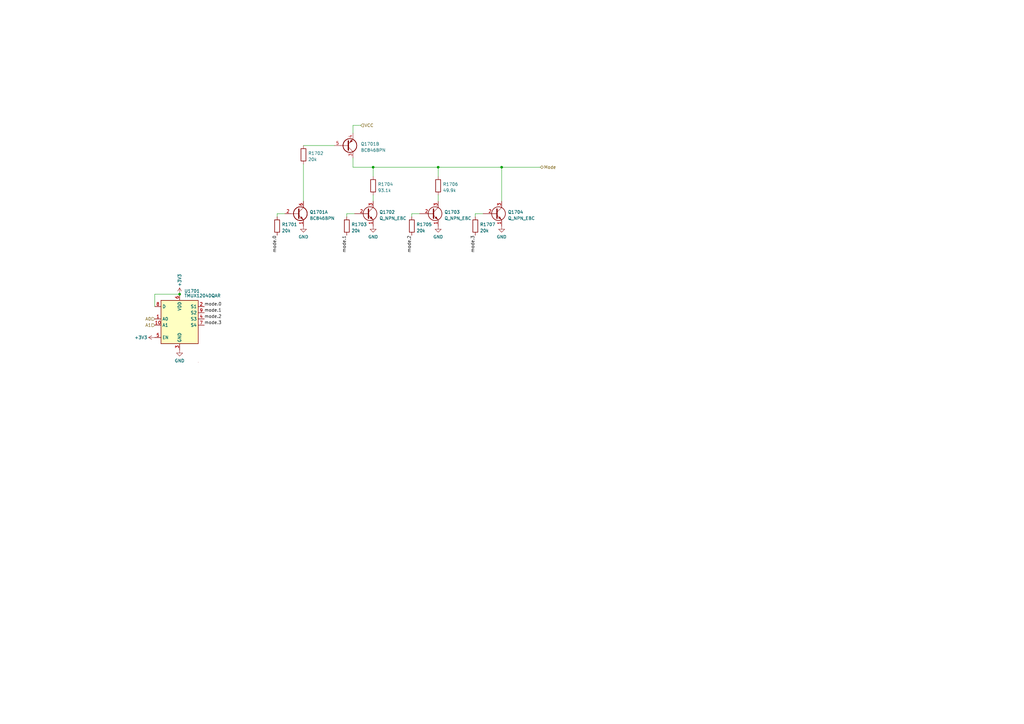
<source format=kicad_sch>
(kicad_sch (version 20231120) (generator "eeschema") (generator_version "8.0")
  (paper "A3")
  (title_block (title "Power supply - low level driver") (date "2024-06-28"))
  (lib_symbols
    (symbol "Device:Q_NPN_EBC" (pin_names (offset 0) hide)
      (property "Reference" "Q" (at 5.08 1.27 0))
      (property "Value" "Q_NPN_EBC" (at 5.08 -1.27 0))
      (symbol "Q_NPN_EBC_0_1"
        (polyline (pts (xy 0.635 0.635) (xy 2.54 2.54)))
        (polyline (pts (xy 0.635 -0.635) (xy 2.54 -2.54) (xy 2.54 -2.54)))
        (polyline (pts (xy 0.635 1.905) (xy 0.635 -1.905) (xy 0.635 -1.905)) (stroke (width 0.508)))
        (polyline (pts (xy 1.27 -1.778) (xy 1.778 -1.27) (xy 2.286 -2.286) (xy 1.27 -1.778) (xy 1.27 -1.778)) (fill (type outline)))
        (circle (center 1.27 0) (radius 2.8194) (stroke (width 0.254)))
      )
      (symbol "Q_NPN_EBC_1_1"
        (pin passive line (at 2.54 -5.08 90) (length 2.54) (name "E") (number "1"))
        (pin passive line (at -5.08 0 0) (length 5.715) (name "B") (number "2"))
        (pin passive line (at 2.54 5.08 270) (length 2.54) (name "C") (number "3"))
      )
    )
    (symbol "Device:R" (pin_numbers hide) (pin_names (offset 0))
      (property "Reference" "R" (at 2.032 0 90))
      (property "Value" "R" (at 0 0 90))
      (symbol "R_0_1"
        (rectangle (start -1.016 -2.54) (end 1.016 2.54) (stroke (width 0.254)))
      )
      (symbol "R_1_1"
        (pin passive line (at 0 3.81 270) (length 1.27) (name "~") (number "1"))
        (pin passive line (at 0 -3.81 90) (length 1.27) (name "~") (number "2"))
      )
    )
    (symbol "Lab_supply:TMUX1204DQAR"
      (property "Reference" "U" (at -4.445 10.795 0))
      (property "Value" "TMUX1204DQAR" (at -4.445 8.89 0))
      (symbol "TMUX1204DQAR_0_1"
        (rectangle (start -13.97 6.985) (end 1.27 -10.795) (stroke (width 0.254)) (fill (type background)))
        (rectangle (start 1.27 -18.415) (end 1.27 -18.415))
      )
      (symbol "TMUX1204DQAR_1_0"
        (pin power_in line (at -6.35 -13.335 90) (length 2.54) (name "GND") (number "3"))
      )
      (symbol "TMUX1204DQAR_1_1"
        (pin input line (at -16.51 -0.635 0) (length 2.54) (name "A0") (number "1"))
        (pin input line (at -16.51 -3.175 0) (length 2.54) (name "A1") (number "10"))
        (pin bidirectional line (at 3.81 4.445 180) (length 2.54) (name "S1") (number "2"))
        (pin bidirectional line (at 3.81 -0.635 180) (length 2.54) (name "S3") (number "4"))
        (pin input line (at -16.51 -8.255 0) (length 2.54) (name "EN") (number "5"))
        (pin power_in line (at -6.35 9.525 270) (length 2.54) (name "VDD") (number "6"))
        (pin bidirectional line (at 3.81 -3.175 180) (length 2.54) (name "S4") (number "7"))
        (pin bidirectional line (at -16.51 4.445 0) (length 2.54) (name "D") (number "8"))
        (pin bidirectional line (at 3.81 1.905 180) (length 2.54) (name "S2") (number "9"))
      )
    )
    (symbol "Transistor_BJT:BC846BPN" (pin_names (offset 0) hide)
      (property "Reference" "Q" (at 5.08 1.27 0))
      (property "Value" "BC846BPN" (at 5.08 -1.27 0))
      (symbol "BC846BPN_0_1"
        (polyline (pts (xy 0.635 0) (xy -2.54 0)))
        (circle (center 1.27 0) (radius 2.8194) (stroke (width 0.254)))
        (circle (center 1.27 0) (radius 2.8194) (stroke (width 0.254)))
      )
      (symbol "BC846BPN_1_1"
        (polyline (pts (xy 0.635 0.635) (xy 2.54 2.54)))
        (polyline (pts (xy 0.635 -0.635) (xy 2.54 -2.54) (xy 2.54 -2.54)))
        (polyline (pts (xy 0.635 1.905) (xy 0.635 -1.905) (xy 0.635 -1.905)) (stroke (width 0.508)))
        (polyline (pts (xy 1.27 -1.778) (xy 1.778 -1.27) (xy 2.286 -2.286) (xy 1.27 -1.778) (xy 1.27 -1.778)) (fill (type outline)))
        (pin passive line (at 2.54 -5.08 90) (length 2.54) (name "E1") (number "1"))
        (pin input line (at -5.08 0 0) (length 2.54) (name "B1") (number "2"))
        (pin passive line (at 2.54 5.08 270) (length 2.54) (name "C1") (number "6"))
      )
      (symbol "BC846BPN_2_1"
        (polyline (pts (xy 0.635 0.635) (xy 2.54 2.54)))
        (polyline (pts (xy 0.635 -0.635) (xy 2.54 -2.54) (xy 2.54 -2.54)))
        (polyline (pts (xy 0.635 1.905) (xy 0.635 -1.905) (xy 0.635 -1.905)) (stroke (width 0.508)))
        (polyline (pts (xy 2.286 -1.778) (xy 1.778 -2.286) (xy 1.27 -1.27) (xy 2.286 -1.778) (xy 2.286 -1.778)) (fill (type outline)))
        (pin passive line (at 2.54 5.08 270) (length 2.54) (name "C2") (number "3"))
        (pin passive line (at 2.54 -5.08 90) (length 2.54) (name "E2") (number "4"))
        (pin input line (at -5.08 0 0) (length 2.54) (name "B2") (number "5"))
      )
    )
    (symbol "power:+3V3" (power) (pin_names (offset 0))
      (property "Value" "+3V3" (at 0 3.556 0))
      (symbol "+3V3_0_1"
        (polyline (pts (xy -0.762 1.27) (xy 0 2.54)))
        (polyline (pts (xy 0 0) (xy 0 2.54)))
        (polyline (pts (xy 0 2.54) (xy 0.762 1.27)))
      )
      (symbol "+3V3_1_1"
        (pin power_in line (at 0 0 90) (length 0) hide (name "+3V3") (number "1"))
      )
    )
    (symbol "power:GND" (power) (pin_names (offset 0))
      (property "Value" "GND" (at 0 -3.81 0))
      (symbol "GND_0_1"
        (polyline (pts (xy 0 0) (xy 0 -1.27) (xy 1.27 -1.27) (xy 0 -2.54) (xy -1.27 -1.27) (xy 0 -1.27)))
      )
      (symbol "GND_1_1"
        (pin power_in line (at 0 0 270) (length 0) hide (name "GND") (number "1"))
      )
    )
  )
  (junction (at 179.705 68.58))
  (junction (at 73.66 120.65))
  (junction (at 153.035 68.58))
  (junction (at 205.74 68.58))
  (wire (pts (xy 194.945 87.63) (xy 194.945 88.9)))
  (wire (pts (xy 124.46 59.69) (xy 137.16 59.69)))
  (wire (pts (xy 144.78 68.58) (xy 153.035 68.58)))
  (wire (pts (xy 205.74 68.58) (xy 205.74 82.55)))
  (wire (pts (xy 63.5 120.65) (xy 63.5 125.73)))
  (wire (pts (xy 172.085 87.63) (xy 168.91 87.63)))
  (wire (pts (xy 153.035 68.58) (xy 179.705 68.58)))
  (wire (pts (xy 113.665 87.63) (xy 113.665 88.9)))
  (wire (pts (xy 144.78 51.435) (xy 144.78 54.61)))
  (wire (pts (xy 144.78 64.77) (xy 144.78 68.58)))
  (wire (pts (xy 124.46 67.31) (xy 124.46 82.55)))
  (wire (pts (xy 145.415 87.63) (xy 142.24 87.63)))
  (wire (pts (xy 179.705 68.58) (xy 205.74 68.58)))
  (wire (pts (xy 179.705 82.55) (xy 179.705 80.01)))
  (wire (pts (xy 153.035 72.39) (xy 153.035 68.58)))
  (wire (pts (xy 168.91 87.63) (xy 168.91 88.9)))
  (wire (pts (xy 198.12 87.63) (xy 194.945 87.63)))
  (wire (pts (xy 73.66 120.65) (xy 63.5 120.65)))
  (wire (pts (xy 153.035 82.55) (xy 153.035 80.01)))
  (wire (pts (xy 179.705 72.39) (xy 179.705 68.58)))
  (wire (pts (xy 142.24 87.63) (xy 142.24 88.9)))
  (wire (pts (xy 205.74 68.58) (xy 221.615 68.58)))
  (wire (pts (xy 116.84 87.63) (xy 113.665 87.63)))
  (wire (pts (xy 147.955 51.435) (xy 144.78 51.435)))
  (label "mode.1" (at 142.24 96.52 270))
  (label "mode.3" (at 194.945 96.52 270))
  (label "mode.2" (at 168.91 96.52 270))
  (label "mode.1" (at 83.82 128.27 0))
  (label "mode.3" (at 83.82 133.35 0))
  (label "mode.0" (at 113.665 96.52 270))
  (label "mode.0" (at 83.82 125.73 0))
  (label "mode.2" (at 83.82 130.81 0))
  (hierarchical_label "A1" (shape input) (at 63.5 133.35 180))
  (hierarchical_label "Mode" (shape bidirectional) (at 221.615 68.58 0))
  (hierarchical_label "VCC" (shape input) (at 147.955 51.435 0))
  (hierarchical_label "A0" (shape input) (at 63.5 130.81 180))
  (symbol (lib_id "Transistor_BJT:BC846BPN") (at 142.24 59.69 0) (mirror x) (unit 2)
    (property "Reference" "Q1701" (at 147.955 59.055 0) (effects (justify left)))
    (property "Value" "BC846BPN" (at 147.955 61.595 0) (effects (justify left)))
    (property "Footprint" "Package_TO_SOT_SMD:SOT-363_SC-70-6" (effects (hide yes)))
    (property "Datasheet" "https://assets.nexperia.com/documents/data-sheet/BC846BPN.pdf" (effects (hide yes)))
  )
  (symbol (lib_id "Device:R") (at 124.46 63.5 0) (unit 1)
    (property "Reference" "R1702" (at 126.365 62.865 0) (effects (justify left)))
    (property "Value" "20k" (at 126.365 65.405 0) (effects (justify left)))
  )
  (symbol (lib_id "Device:R") (at 168.91 92.71 0) (unit 1)
    (property "Reference" "R1705" (at 170.815 92.075 0) (effects (justify left)))
    (property "Value" "20k" (at 170.815 94.615 0) (effects (justify left)))
  )
  (symbol (lib_id "Lab_supply:TMUX1204DQAR") (at 80.01 130.175 0) (unit 1)
    (property "Reference" "U1701" (at 75.565 119.38 0) (effects (justify left)))
    (property "Value" "TMUX1204DQAR" (at 75.565 121.285 0) (effects (justify left)))
    (property "Footprint" "Package_SO:VSSOP-10_3x3mm_P0.5mm" (effects (hide yes)))
    (property "Datasheet" "https://www.ti.com/lit/ds/symlink/tmux1204.pdf?ts=1707335685360&ref_url=https%253A%252F%252Fcz.mouser.com%252F" (effects (hide yes)))
  )
  (symbol (lib_id "power:GND") (at 124.46 92.71 0) (unit 1)
    (property "Reference" "#PWR01704" (effects (hide yes)))
    (property "Value" "GND" (at 124.46 97.155 0))
  )
  (symbol (lib_id "power:GND") (at 153.035 92.71 0) (unit 1)
    (property "Reference" "#PWR01705" (effects (hide yes)))
    (property "Value" "GND" (at 153.035 97.155 0))
  )
  (symbol (lib_id "Device:Q_NPN_EBC") (at 203.2 87.63 0) (unit 1)
    (property "Reference" "Q1704" (at 208.28 86.995 0) (effects (justify left)))
    (property "Value" "Q_NPN_EBC" (at 208.28 89.535 0) (effects (justify left)))
  )
  (symbol (lib_id "Device:R") (at 179.705 76.2 0) (unit 1)
    (property "Reference" "R1706" (at 181.61 75.565 0) (effects (justify left)))
    (property "Value" "49.9k" (at 181.61 78.105 0) (effects (justify left)))
  )
  (symbol (lib_id "power:+3V3") (at 63.5 138.43 90) (unit 1)
    (property "Reference" "#PWR01701" (effects (hide yes)))
    (property "Value" "+3V3" (at 57.785 138.43 90))
  )
  (symbol (lib_id "Transistor_BJT:BC846BPN") (at 121.92 87.63 0) (unit 1)
    (property "Reference" "Q1701" (at 127 86.995 0) (effects (justify left)))
    (property "Value" "BC846BPN" (at 127 89.535 0) (effects (justify left)))
    (property "Footprint" "Package_TO_SOT_SMD:SOT-363_SC-70-6" (effects (hide yes)))
    (property "Datasheet" "https://assets.nexperia.com/documents/data-sheet/BC846BPN.pdf" (effects (hide yes)))
  )
  (symbol (lib_id "power:GND") (at 205.74 92.71 0) (unit 1)
    (property "Reference" "#PWR01707" (effects (hide yes)))
    (property "Value" "GND" (at 205.74 97.155 0))
  )
  (symbol (lib_id "Device:Q_NPN_EBC") (at 150.495 87.63 0) (unit 1)
    (property "Reference" "Q1702" (at 155.575 86.995 0) (effects (justify left)))
    (property "Value" "Q_NPN_EBC" (at 155.575 89.535 0) (effects (justify left)))
  )
  (symbol (lib_id "Device:R") (at 153.035 76.2 0) (unit 1)
    (property "Reference" "R1704" (at 154.94 75.565 0) (effects (justify left)))
    (property "Value" "93.1k" (at 154.94 78.105 0) (effects (justify left)))
  )
  (symbol (lib_id "power:GND") (at 179.705 92.71 0) (unit 1)
    (property "Reference" "#PWR01706" (effects (hide yes)))
    (property "Value" "GND" (at 179.705 97.155 0))
  )
  (symbol (lib_id "Device:R") (at 113.665 92.71 0) (unit 1)
    (property "Reference" "R1701" (at 115.57 92.075 0) (effects (justify left)))
    (property "Value" "20k" (at 115.57 94.615 0) (effects (justify left)))
  )
  (symbol (lib_id "Device:R") (at 194.945 92.71 0) (unit 1)
    (property "Reference" "R1707" (at 196.85 92.075 0) (effects (justify left)))
    (property "Value" "20k" (at 196.85 94.615 0) (effects (justify left)))
  )
  (symbol (lib_id "power:+3V3") (at 73.66 120.65 0) (unit 1)
    (property "Reference" "#PWR01702" (effects (hide yes)))
    (property "Value" "+3V3" (at 73.66 114.935 90))
  )
  (symbol (lib_id "Device:Q_NPN_EBC") (at 177.165 87.63 0) (unit 1)
    (property "Reference" "Q1703" (at 182.245 86.995 0) (effects (justify left)))
    (property "Value" "Q_NPN_EBC" (at 182.245 89.535 0) (effects (justify left)))
  )
  (symbol (lib_id "power:GND") (at 73.66 143.51 0) (unit 1)
    (property "Reference" "#PWR01703" (effects (hide yes)))
    (property "Value" "GND" (at 73.66 147.955 0))
  )
  (symbol (lib_id "Device:R") (at 142.24 92.71 0) (unit 1)
    (property "Reference" "R1703" (at 144.145 92.075 0) (effects (justify left)))
    (property "Value" "20k" (at 144.145 94.615 0) (effects (justify left)))
  )
)
</source>
